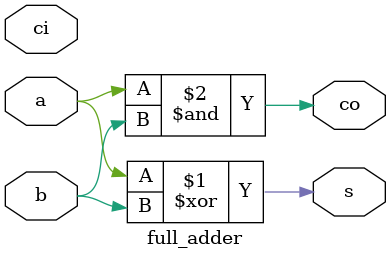
<source format=v>
module full_adder (a, b, ci, s, co);
    input a,b,ci;
    output s,co;
    
    assign s = a ^ b;
    assign co = a & b;
endmodule
</source>
